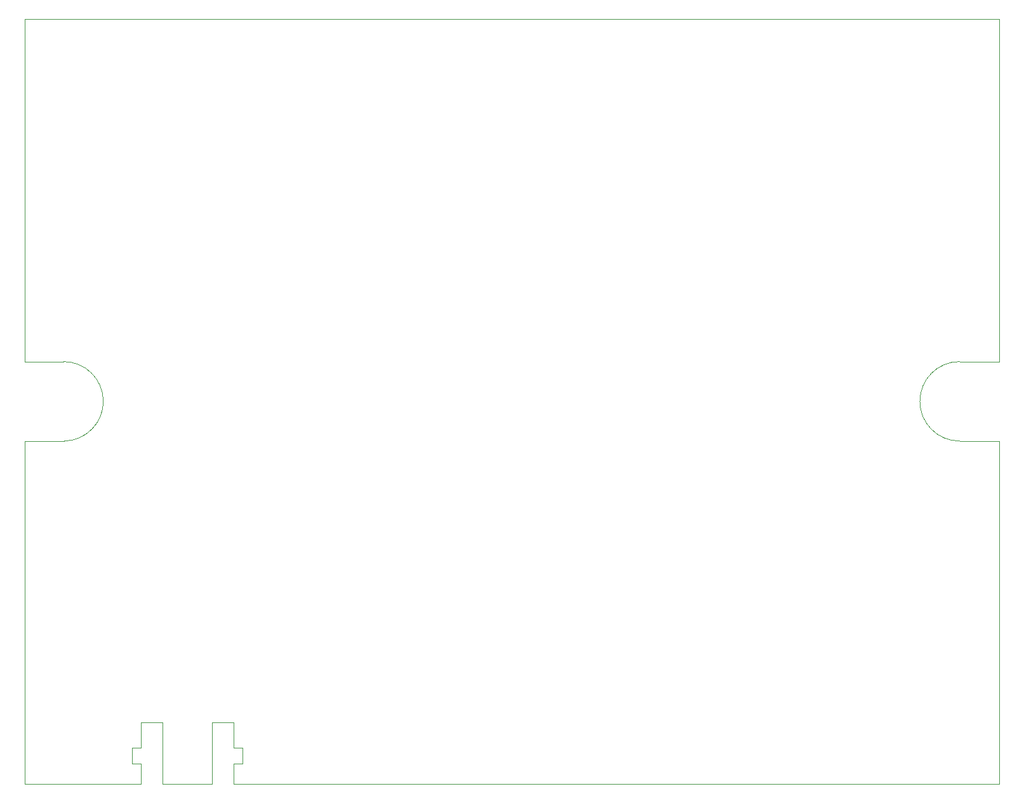
<source format=gm1>
%TF.GenerationSoftware,KiCad,Pcbnew,5.1.6*%
%TF.CreationDate,2020-07-15T16:20:24+02:00*%
%TF.ProjectId,CMM2-JLC,434d4d32-2d4a-44c4-932e-6b696361645f,rev?*%
%TF.SameCoordinates,Original*%
%TF.FileFunction,Profile,NP*%
%FSLAX46Y46*%
G04 Gerber Fmt 4.6, Leading zero omitted, Abs format (unit mm)*
G04 Created by KiCad (PCBNEW 5.1.6) date 2020-07-15 16:20:24*
%MOMM*%
%LPD*%
G01*
G04 APERTURE LIST*
%TA.AperFunction,Profile*%
%ADD10C,0.050000*%
%TD*%
G04 APERTURE END LIST*
D10*
X38500000Y-122000000D02*
X38400000Y-122000000D01*
X45000000Y-122000000D02*
X38500000Y-122000000D01*
X144700000Y-76300000D02*
G75*
G02*
X144700000Y-65700000I0J5300000D01*
G01*
X150000000Y-65700000D02*
X150000000Y-20000000D01*
X144700000Y-76300000D02*
X150000000Y-76300000D01*
X144700000Y-65700000D02*
X150000000Y-65700000D01*
X47900000Y-122000000D02*
X150000000Y-122000000D01*
X35500000Y-122000000D02*
X20000000Y-122000000D01*
X35500000Y-119300000D02*
X35500000Y-122000000D01*
X34300000Y-119300000D02*
X35500000Y-119300000D01*
X34300000Y-117200000D02*
X34300000Y-119300000D01*
X35500000Y-117200000D02*
X34300000Y-117200000D01*
X35500000Y-113800000D02*
X35500000Y-117200000D01*
X35600000Y-113800000D02*
X35500000Y-113800000D01*
X38400000Y-113800000D02*
X35600000Y-113800000D01*
X38400000Y-122000000D02*
X38400000Y-113800000D01*
X45000000Y-114600000D02*
X45000000Y-122000000D01*
X45000000Y-113800000D02*
X45000000Y-114600000D01*
X45100000Y-113800000D02*
X45000000Y-113800000D01*
X47900000Y-113800000D02*
X45100000Y-113800000D01*
X47900000Y-117200000D02*
X47900000Y-113800000D01*
X49100000Y-117200000D02*
X47900000Y-117200000D01*
X49100000Y-119300000D02*
X49100000Y-117200000D01*
X47900000Y-119300000D02*
X49100000Y-119300000D01*
X47900000Y-122000000D02*
X47900000Y-119300000D01*
X150000000Y-76300000D02*
X150000000Y-122000000D01*
X20000000Y-76300000D02*
X20000000Y-122000000D01*
X20000000Y-20000000D02*
X20000000Y-65700000D01*
X25200001Y-65699058D02*
G75*
G02*
X25299999Y-76299999I-1J-5300942D01*
G01*
X25300000Y-76300000D02*
X20000000Y-76300000D01*
X25200001Y-65699058D02*
X20000000Y-65700000D01*
X21000000Y-20000000D02*
X20000000Y-20000000D01*
X150000000Y-20000000D02*
X21000000Y-20000000D01*
M02*

</source>
